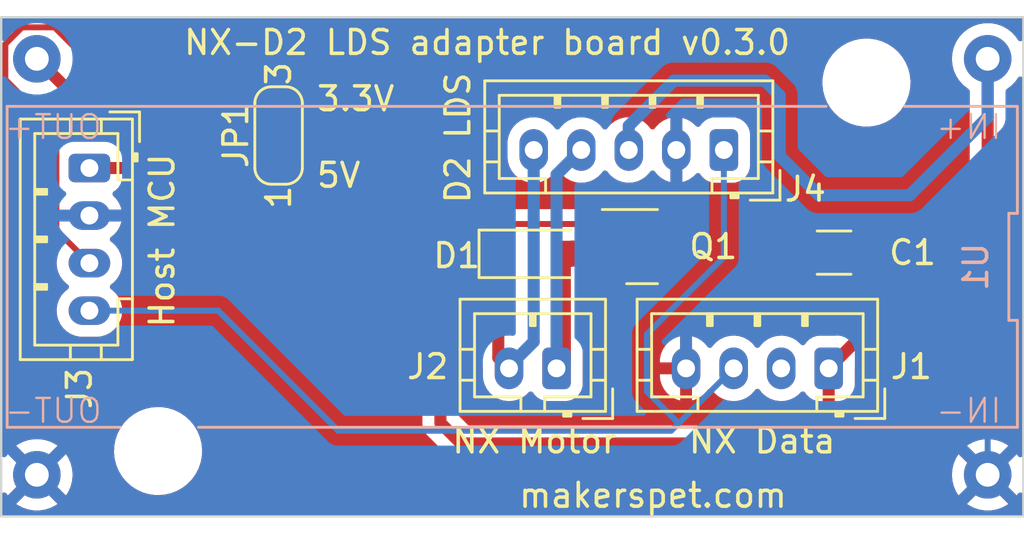
<source format=kicad_pcb>
(kicad_pcb (version 20221018) (generator pcbnew)
  (title_block (title "Neato XV11/Delta-2G LDS Adaptor") (date "2024-01-31") (rev "0.3.0") (company "makerspet.com"))
  (layers (0 "F.Cu" signal) (31 "B.Cu" signal) (34 "B.Paste" user) (35 "F.Paste" user) (36 "B.SilkS" user "B.Silkscreen") (37 "F.SilkS" user "F.Silkscreen") (38 "B.Mask" user) (39 "F.Mask" user) (44 "Edge.Cuts" user))
  (net 0 "")
  (net 1 "+5V")
  (net 2 "/MOT-")
  (net 4 "/TX")
  (net 5 "GND")
  (net 6 "/MOT+")
  (net 7 "/MOT_EN")
  (net 8 "+3.3V")
  (footprint "Package_TO_SOT_SMD:SOT-23" (layer "F.Cu") (at 105.4608 49.149)
    (fp_text reference "Q1" (at 2.9972 0) (layer "F.SilkS"))
    (fp_text value "AS2302" hide)
    (fp_line (start 0 -1.56) (end -1.675 -1.56) (stroke (width 0.12)) (layer "F.SilkS"))
    (fp_line (start 0 -1.56) (end 0.65 -1.56) (stroke (width 0.12)) (layer "F.SilkS"))
    (fp_line (start 0 1.56) (end -0.65 1.56) (stroke (width 0.12)) (layer "F.SilkS"))
    (fp_line (start 0 1.56) (end 0.65 1.56) (stroke (width 0.12)) (layer "F.SilkS"))
    (pad "1" smd roundrect (at -0.9375 -0.95) (size 1.475 0.6) (layers "F.Cu" "F.Paste" "F.Mask") (net 7 "/MOT_EN"))
    (pad "2" smd roundrect (at -0.9375 0.95) (size 1.475 0.6) (layers "F.Cu" "F.Paste" "F.Mask") (net 5 "GND"))
    (pad "3" smd roundrect (at 0.9375 0) (size 1.475 0.6) (layers "F.Cu" "F.Paste" "F.Mask") (net 2 "/MOT-"))
  )
  (footprint "Connector_JST:JST_PH_B4B-PH-K_1x04_P2.00mm_Vertical" (layer "F.Cu") (at 82.211 45.8442 -90)
    (fp_text reference "J3" (at 9.2738 0.423 90) (layer "F.SilkS"))
    (fp_text value "JST PH B4B Vert" hide)
    (fp_line (start -2.36 -2.11) (end -2.36 -0.86) (stroke (width 0.12)) (layer "F.SilkS"))
    (fp_line (start -2.06 -1.81) (end -2.06 2.91) (stroke (width 0.12)) (layer "F.SilkS"))
    (fp_line (start -2.06 -0.5) (end -1.45 -0.5) (stroke (width 0.12)) (layer "F.SilkS"))
    (fp_line (start -2.06 0.8) (end -1.45 0.8) (stroke (width 0.12)) (layer "F.SilkS"))
    (fp_line (start -2.06 2.91) (end 8.06 2.91) (stroke (width 0.12)) (layer "F.SilkS"))
    (fp_line (start -1.45 -1.2) (end -1.45 2.3) (stroke (width 0.12)) (layer "F.SilkS"))
    (fp_line (start -1.45 2.3) (end 7.45 2.3) (stroke (width 0.12)) (layer "F.SilkS"))
    (fp_line (start -1.11 -2.11) (end -2.36 -2.11) (stroke (width 0.12)) (layer "F.SilkS"))
    (fp_line (start -0.6 -2.01) (end -0.6 -1.81) (stroke (width 0.12)) (layer "F.SilkS"))
    (fp_line (start -0.3 -2.01) (end -0.6 -2.01) (stroke (width 0.12)) (layer "F.SilkS"))
    (fp_line (start -0.3 -1.91) (end -0.6 -1.91) (stroke (width 0.12)) (layer "F.SilkS"))
    (fp_line (start -0.3 -1.81) (end -0.3 -2.01) (stroke (width 0.12)) (layer "F.SilkS"))
    (fp_line (start 0.5 -1.81) (end 0.5 -1.2) (stroke (width 0.12)) (layer "F.SilkS"))
    (fp_line (start 0.5 -1.2) (end -1.45 -1.2) (stroke (width 0.12)) (layer "F.SilkS"))
    (fp_line (start 0.9 1.8) (end 1.1 1.8) (stroke (width 0.12)) (layer "F.SilkS"))
    (fp_line (start 0.9 2.3) (end 0.9 1.8) (stroke (width 0.12)) (layer "F.SilkS"))
    (fp_line (start 1 2.3) (end 1 1.8) (stroke (width 0.12)) (layer "F.SilkS"))
    (fp_line (start 1.1 1.8) (end 1.1 2.3) (stroke (width 0.12)) (layer "F.SilkS"))
    (fp_line (start 2.9 1.8) (end 3.1 1.8) (stroke (width 0.12)) (layer "F.SilkS"))
    (fp_line (start 2.9 2.3) (end 2.9 1.8) (stroke (width 0.12)) (layer "F.SilkS"))
    (fp_line (start 3 2.3) (end 3 1.8) (stroke (width 0.12)) (layer "F.SilkS"))
    (fp_line (start 3.1 1.8) (end 3.1 2.3) (stroke (width 0.12)) (layer "F.SilkS"))
    (fp_line (start 4.9 1.8) (end 5.1 1.8) (stroke (width 0.12)) (layer "F.SilkS"))
    (fp_line (start 4.9 2.3) (end 4.9 1.8) (stroke (width 0.12)) (layer "F.SilkS"))
    (fp_line (start 5 2.3) (end 5 1.8) (stroke (width 0.12)) (layer "F.SilkS"))
    (fp_line (start 5.1 1.8) (end 5.1 2.3) (stroke (width 0.12)) (layer "F.SilkS"))
    (fp_line (start 5.5 -1.2) (end 5.5 -1.81) (stroke (width 0.12)) (layer "F.SilkS"))
    (fp_line (start 7.45 -1.2) (end 5.5 -1.2) (stroke (width 0.12)) (layer "F.SilkS"))
    (fp_line (start 7.45 2.3) (end 7.45 -1.2) (stroke (width 0.12)) (layer "F.SilkS"))
    (fp_line (start 8.06 -1.81) (end -2.06 -1.81) (stroke (width 0.12)) (layer "F.SilkS"))
    (fp_line (start 8.06 -0.5) (end 7.45 -0.5) (stroke (width 0.12)) (layer "F.SilkS"))
    (fp_line (start 8.06 0.8) (end 7.45 0.8) (stroke (width 0.12)) (layer "F.SilkS"))
    (fp_line (start 8.06 2.91) (end 8.06 -1.81) (stroke (width 0.12)) (layer "F.SilkS"))
    (pad "1" thru_hole roundrect (at 0 0 270) (size 1.2 1.75) (drill 0.75) (layers "*.Cu" "*.Mask") (roundrect_rratio 0.208333) (net 1 "+5V"))
    (pad "2" thru_hole oval (at 2 0 270) (size 1.2 1.75) (drill 0.75) (layers "*.Cu" "*.Mask") (net 5 "GND"))
    (pad "3" thru_hole oval (at 4 0 270) (size 1.2 1.75) (drill 0.75) (layers "*.Cu" "*.Mask") (net 7 "/MOT_EN"))
    (pad "4" thru_hole oval (at 6 0 270) (size 1.2 1.75) (drill 0.75) (layers "*.Cu" "*.Mask") (net 4 "/TX"))
  )
  (footprint "Diode_SMD:D_SOD-123F" (layer "F.Cu") (at 100.8126 49.4538)
    (fp_text reference "D1" (at -3.1496 0.0762) (layer "F.SilkS"))
    (fp_text value "FS26" hide)
    (fp_line (start -2.21 -1) (end -2.21 1) (stroke (width 0.12)) (layer "F.SilkS"))
    (fp_line (start -2.21 -1) (end 1.65 -1) (stroke (width 0.12)) (layer "F.SilkS"))
    (fp_line (start -2.21 1) (end 1.65 1) (stroke (width 0.12)) (layer "F.SilkS"))
    (pad "1" smd roundrect (at -1.4 0) (size 1.1 1.1) (layers "F.Cu" "F.Paste" "F.Mask") (roundrect_rratio 0.2272727273) (net 6 "/MOT+"))
    (pad "2" smd roundrect (at 1.4 0) (size 1.1 1.1) (layers "F.Cu" "F.Paste" "F.Mask") (roundrect_rratio 0.2272727273) (net 2 "/MOT-"))
  )
  (footprint "Connector_JST:JST_PH_B5B-PH-K_1x05_P2.00mm_Vertical" (layer "F.Cu") (at 108.902 45.085 180)
    (fp_text reference "J4" (at -3.429 -1.651) (layer "F.SilkS"))
    (fp_text value "JST PH2.0 B5B Vert" hide)
    (fp_line (start -2.36 -2.11) (end -2.36 -0.86) (stroke (width 0.12)) (layer "F.SilkS"))
    (fp_line (start -2.06 -1.81) (end -2.06 2.91) (stroke (width 0.12)) (layer "F.SilkS"))
    (fp_line (start -2.06 -0.5) (end -1.45 -0.5) (stroke (width 0.12)) (layer "F.SilkS"))
    (fp_line (start -2.06 0.8) (end -1.45 0.8) (stroke (width 0.12)) (layer "F.SilkS"))
    (fp_line (start -2.06 2.91) (end 10.06 2.91) (stroke (width 0.12)) (layer "F.SilkS"))
    (fp_line (start -1.45 -1.2) (end -1.45 2.3) (stroke (width 0.12)) (layer "F.SilkS"))
    (fp_line (start -1.45 2.3) (end 9.45 2.3) (stroke (width 0.12)) (layer "F.SilkS"))
    (fp_line (start -1.11 -2.11) (end -2.36 -2.11) (stroke (width 0.12)) (layer "F.SilkS"))
    (fp_line (start -0.6 -2.01) (end -0.6 -1.81) (stroke (width 0.12)) (layer "F.SilkS"))
    (fp_line (start -0.3 -2.01) (end -0.6 -2.01) (stroke (width 0.12)) (layer "F.SilkS"))
    (fp_line (start -0.3 -1.91) (end -0.6 -1.91) (stroke (width 0.12)) (layer "F.SilkS"))
    (fp_line (start -0.3 -1.81) (end -0.3 -2.01) (stroke (width 0.12)) (layer "F.SilkS"))
    (fp_line (start 0.5 -1.81) (end 0.5 -1.2) (stroke (width 0.12)) (layer "F.SilkS"))
    (fp_line (start 0.5 -1.2) (end -1.45 -1.2) (stroke (width 0.12)) (layer "F.SilkS"))
    (fp_line (start 0.9 1.8) (end 1.1 1.8) (stroke (width 0.12)) (layer "F.SilkS"))
    (fp_line (start 0.9 2.3) (end 0.9 1.8) (stroke (width 0.12)) (layer "F.SilkS"))
    (fp_line (start 1 2.3) (end 1 1.8) (stroke (width 0.12)) (layer "F.SilkS"))
    (fp_line (start 1.1 1.8) (end 1.1 2.3) (stroke (width 0.12)) (layer "F.SilkS"))
    (fp_line (start 2.9 1.8) (end 3.1 1.8) (stroke (width 0.12)) (layer "F.SilkS"))
    (fp_line (start 2.9 2.3) (end 2.9 1.8) (stroke (width 0.12)) (layer "F.SilkS"))
    (fp_line (start 3 2.3) (end 3 1.8) (stroke (width 0.12)) (layer "F.SilkS"))
    (fp_line (start 3.1 1.8) (end 3.1 2.3) (stroke (width 0.12)) (layer "F.SilkS"))
    (fp_line (start 4.9 1.8) (end 5.1 1.8) (stroke (width 0.12)) (layer "F.SilkS"))
    (fp_line (start 4.9 2.3) (end 4.9 1.8) (stroke (width 0.12)) (layer "F.SilkS"))
    (fp_line (start 5 2.3) (end 5 1.8) (stroke (width 0.12)) (layer "F.SilkS"))
    (fp_line (start 5.1 1.8) (end 5.1 2.3) (stroke (width 0.12)) (layer "F.SilkS"))
    (fp_line (start 6.9 1.8) (end 7.1 1.8) (stroke (width 0.12)) (layer "F.SilkS"))
    (fp_line (start 6.9 2.3) (end 6.9 1.8) (stroke (width 0.12)) (layer "F.SilkS"))
    (fp_line (start 7 2.3) (end 7 1.8) (stroke (width 0.12)) (layer "F.SilkS"))
    (fp_line (start 7.1 1.8) (end 7.1 2.3) (stroke (width 0.12)) (layer "F.SilkS"))
    (fp_line (start 7.5 -1.2) (end 7.5 -1.81) (stroke (width 0.12)) (layer "F.SilkS"))
    (fp_line (start 9.45 -1.2) (end 7.5 -1.2) (stroke (width 0.12)) (layer "F.SilkS"))
    (fp_line (start 9.45 2.3) (end 9.45 -1.2) (stroke (width 0.12)) (layer "F.SilkS"))
    (fp_line (start 10.06 -1.81) (end -2.06 -1.81) (stroke (width 0.12)) (layer "F.SilkS"))
    (fp_line (start 10.06 -0.5) (end 9.45 -0.5) (stroke (width 0.12)) (layer "F.SilkS"))
    (fp_line (start 10.06 0.8) (end 9.45 0.8) (stroke (width 0.12)) (layer "F.SilkS"))
    (fp_line (start 10.06 2.91) (end 10.06 -1.81) (stroke (width 0.12)) (layer "F.SilkS"))
    (pad "1" thru_hole roundrect (at 0 0 180) (size 1.2 1.75) (drill 0.75) (layers "*.Cu" "*.Mask") (roundrect_rratio 0.208333) (net 4 "/TX"))
    (pad "2" thru_hole oval (at 2 0 180) (size 1.2 1.75) (drill 0.75) (layers "*.Cu" "*.Mask") (net 5 "GND"))
    (pad "3" thru_hole oval (at 4 0 180) (size 1.2 1.75) (drill 0.75) (layers "*.Cu" "*.Mask") (net 1 "+5V"))
    (pad "4" thru_hole oval (at 6 0 180) (size 1.2 1.75) (drill 0.75) (layers "*.Cu" "*.Mask") (net 2 "/MOT-"))
    (pad "5" thru_hole oval (at 8 0 180) (size 1.2 1.75) (drill 0.75) (layers "*.Cu" "*.Mask") (net 6 "/MOT+"))
  )
  (footprint "Connector_JST:JST_PH_B2B-PH-K_1x02_P2.00mm_Vertical" (layer "F.Cu") (at 101.8634 54.271 180)
    (fp_text reference "J2" (at 5.4196 0.071) (layer "F.SilkS"))
    (fp_text value "JST PH2.0 B2B Vert" hide)
    (fp_line (start -2.36 -2.11) (end -2.36 -0.86) (stroke (width 0.12)) (layer "F.SilkS"))
    (fp_line (start -2.06 -1.81) (end -2.06 2.91) (stroke (width 0.12)) (layer "F.SilkS"))
    (fp_line (start -2.06 -0.5) (end -1.45 -0.5) (stroke (width 0.12)) (layer "F.SilkS"))
    (fp_line (start -2.06 0.8) (end -1.45 0.8) (stroke (width 0.12)) (layer "F.SilkS"))
    (fp_line (start -2.06 2.91) (end 4.06 2.91) (stroke (width 0.12)) (layer "F.SilkS"))
    (fp_line (start -1.45 -1.2) (end -1.45 2.3) (stroke (width 0.12)) (layer "F.SilkS"))
    (fp_line (start -1.45 2.3) (end 3.45 2.3) (stroke (width 0.12)) (layer "F.SilkS"))
    (fp_line (start -1.11 -2.11) (end -2.36 -2.11) (stroke (width 0.12)) (layer "F.SilkS"))
    (fp_line (start -0.6 -2.01) (end -0.6 -1.81) (stroke (width 0.12)) (layer "F.SilkS"))
    (fp_line (start -0.3 -2.01) (end -0.6 -2.01) (stroke (width 0.12)) (layer "F.SilkS"))
    (fp_line (start -0.3 -1.91) (end -0.6 -1.91) (stroke (width 0.12)) (layer "F.SilkS"))
    (fp_line (start -0.3 -1.81) (end -0.3 -2.01) (stroke (width 0.12)) (layer "F.SilkS"))
    (fp_line (start 0.5 -1.81) (end 0.5 -1.2) (stroke (width 0.12)) (layer "F.SilkS"))
    (fp_line (start 0.5 -1.2) (end -1.45 -1.2) (stroke (width 0.12)) (layer "F.SilkS"))
    (fp_line (start 0.9 1.8) (end 1.1 1.8) (stroke (width 0.12)) (layer "F.SilkS"))
    (fp_line (start 0.9 2.3) (end 0.9 1.8) (stroke (width 0.12)) (layer "F.SilkS"))
    (fp_line (start 1 2.3) (end 1 1.8) (stroke (width 0.12)) (layer "F.SilkS"))
    (fp_line (start 1.1 1.8) (end 1.1 2.3) (stroke (width 0.12)) (layer "F.SilkS"))
    (fp_line (start 1.5 -1.2) (end 1.5 -1.81) (stroke (width 0.12)) (layer "F.SilkS"))
    (fp_line (start 3.45 -1.2) (end 1.5 -1.2) (stroke (width 0.12)) (layer "F.SilkS"))
    (fp_line (start 3.45 2.3) (end 3.45 -1.2) (stroke (width 0.12)) (layer "F.SilkS"))
    (fp_line (start 4.06 -1.81) (end -2.06 -1.81) (stroke (width 0.12)) (layer "F.SilkS"))
    (fp_line (start 4.06 -0.5) (end 3.45 -0.5) (stroke (width 0.12)) (layer "F.SilkS"))
    (fp_line (start 4.06 0.8) (end 3.45 0.8) (stroke (width 0.12)) (layer "F.SilkS"))
    (fp_line (start 4.06 2.91) (end 4.06 -1.81) (stroke (width 0.12)) (layer "F.SilkS"))
    (pad "1" thru_hole roundrect (at 0 0 180) (size 1.2 1.75) (drill 0.75) (layers "*.Cu" "*.Mask") (roundrect_rratio 0.208333) (net 2 "/MOT-"))
    (pad "2" thru_hole oval (at 2 0 180) (size 1.2 1.75) (drill 0.75) (layers "*.Cu" "*.Mask") (net 6 "/MOT+"))
  )
  (footprint "Jumper:SolderJumper-3_P1.3mm_Bridged12_RoundedPad1.0x1.5mm_NumberLabels" (layer "F.Cu") (at 90.17 44.4754 90)
    (fp_text reference "JP1" (at 0 -1.8 90) (layer "F.SilkS"))
    (fp_text value "SolderJumper_3_Bridged12" hide)
    (fp_text user "3" (at 2.6 0 90) (layer "F.SilkS"))
    (fp_text user "1" (at -2.6 0 90) (layer "F.SilkS"))
    (fp_poly (pts (xy -0.9 -0.3) (xy -0.4 -0.3) (xy -0.4 0.3) (xy -0.9 0.3)) (fill solid) (layer "F.Cu"))
    (fp_line (start -2.05 0.3) (end -2.05 -0.3) (stroke (width 0.12)) (layer "F.SilkS"))
    (fp_line (start -1.4 -1) (end 1.4 -1) (stroke (width 0.12)) (layer "F.SilkS"))
    (fp_line (start 1.4 1) (end -1.4 1) (stroke (width 0.12)) (layer "F.SilkS"))
    (fp_line (start 2.05 -0.3) (end 2.05 0.3) (stroke (width 0.12)) (layer "F.SilkS"))
    (fp_arc (start -2.05 -0.3) (mid -1.844975 -0.794975) (end -1.35 -1) (stroke (width 0.12)) (layer "F.SilkS"))
    (fp_arc (start -1.35 1) (mid -1.844975 0.794975) (end -2.05 0.3) (stroke (width 0.12)) (layer "F.SilkS"))
    (fp_arc (start 1.35 -1) (mid 1.844975 -0.794975) (end 2.05 -0.3) (stroke (width 0.12)) (layer "F.SilkS"))
    (fp_arc (start 2.05 0.3) (mid 1.844975 0.794975) (end 1.35 1) (stroke (width 0.12)) (layer "F.SilkS"))
    (pad "1" smd custom (at -1.3 0 90) (size 1 0.5) (layers "F.Cu" "F.Mask") (net 1 "+5V") (options (clearance outline) (anchor rect)) (primitives (gr_poly (pts (xy 0.55 0.75) (xy 0 0.75) (xy 0 -0.75) (xy 0.55 -0.75)) (width 0) (fill yes)) (gr_circle (center 0 0.25) (end 0.5 0.25) (width 0) (fill yes)) (gr_circle (center 0 -0.25) (end 0.5 -0.25) (width 0) (fill yes))))
    (pad "2" smd rect (at 0 0 90) (size 1 1.5) (layers "F.Cu" "F.Mask") (net 6 "/MOT+"))
    (pad "3" smd custom (at 1.3 0 90) (size 1 0.5) (layers "F.Cu" "F.Mask") (net 8 "+3.3V") (options (clearance outline) (anchor rect)) (primitives (gr_circle (center 0 0.25) (end 0.5 0.25) (width 0) (fill yes)) (gr_circle (center 0 -0.25) (end 0.5 -0.25) (width 0) (fill yes)) (gr_poly (pts (xy 0 0.75) (xy -0.55 0.75) (xy -0.55 -0.75) (xy 0 -0.75)) (width 0) (fill yes))))
  )
  (footprint "MountingHole:MountingHole_3.2mm_M3" (layer "F.Cu") (at 114.9 42.25)
    (fp_text reference "H2" hide)
    (fp_text value "MountingHole" hide)
    (pad "" np_thru_hole circle (at 0 0) (size 3.2 3.2) (drill 3.2) (layers "*.Cu" "*.Mask"))
  )
  (footprint "Connector_JST:JST_PH_B4B-PH-K_1x04_P2.00mm_Vertical" (layer "F.Cu") (at 113.3122 54.271 180)
    (fp_text reference "J1" (at -3.477 0.071) (layer "F.SilkS"))
    (fp_text value "JST PH2.0 B4B Vert" hide)
    (fp_line (start -2.36 -2.11) (end -2.36 -0.86) (stroke (width 0.12)) (layer "F.SilkS"))
    (fp_line (start -2.06 -1.81) (end -2.06 2.91) (stroke (width 0.12)) (layer "F.SilkS"))
    (fp_line (start -2.06 -0.5) (end -1.45 -0.5) (stroke (width 0.12)) (layer "F.SilkS"))
    (fp_line (start -2.06 0.8) (end -1.45 0.8) (stroke (width 0.12)) (layer "F.SilkS"))
    (fp_line (start -2.06 2.91) (end 8.06 2.91) (stroke (width 0.12)) (layer "F.SilkS"))
    (fp_line (start -1.45 -1.2) (end -1.45 2.3) (stroke (width 0.12)) (layer "F.SilkS"))
    (fp_line (start -1.45 2.3) (end 7.45 2.3) (stroke (width 0.12)) (layer "F.SilkS"))
    (fp_line (start -1.11 -2.11) (end -2.36 -2.11) (stroke (width 0.12)) (layer "F.SilkS"))
    (fp_line (start -0.6 -2.01) (end -0.6 -1.81) (stroke (width 0.12)) (layer "F.SilkS"))
    (fp_line (start -0.3 -2.01) (end -0.6 -2.01) (stroke (width 0.12)) (layer "F.SilkS"))
    (fp_line (start -0.3 -1.91) (end -0.6 -1.91) (stroke (width 0.12)) (layer "F.SilkS"))
    (fp_line (start -0.3 -1.81) (end -0.3 -2.01) (stroke (width 0.12)) (layer "F.SilkS"))
    (fp_line (start 0.5 -1.81) (end 0.5 -1.2) (stroke (width 0.12)) (layer "F.SilkS"))
    (fp_line (start 0.5 -1.2) (end -1.45 -1.2) (stroke (width 0.12)) (layer "F.SilkS"))
    (fp_line (start 0.9 1.8) (end 1.1 1.8) (stroke (width 0.12)) (layer "F.SilkS"))
    (fp_line (start 0.9 2.3) (end 0.9 1.8) (stroke (width 0.12)) (layer "F.SilkS"))
    (fp_line (start 1 2.3) (end 1 1.8) (stroke (width 0.12)) (layer "F.SilkS"))
    (fp_line (start 1.1 1.8) (end 1.1 2.3) (stroke (width 0.12)) (layer "F.SilkS"))
    (fp_line (start 2.9 1.8) (end 3.1 1.8) (stroke (width 0.12)) (layer "F.SilkS"))
    (fp_line (start 2.9 2.3) (end 2.9 1.8) (stroke (width 0.12)) (layer "F.SilkS"))
    (fp_line (start 3 2.3) (end 3 1.8) (stroke (width 0.12)) (layer "F.SilkS"))
    (fp_line (start 3.1 1.8) (end 3.1 2.3) (stroke (width 0.12)) (layer "F.SilkS"))
    (fp_line (start 4.9 1.8) (end 5.1 1.8) (stroke (width 0.12)) (layer "F.SilkS"))
    (fp_line (start 4.9 2.3) (end 4.9 1.8) (stroke (width 0.12)) (layer "F.SilkS"))
    (fp_line (start 5 2.3) (end 5 1.8) (stroke (width 0.12)) (layer "F.SilkS"))
    (fp_line (start 5.1 1.8) (end 5.1 2.3) (stroke (width 0.12)) (layer "F.SilkS"))
    (fp_line (start 5.5 -1.2) (end 5.5 -1.81) (stroke (width 0.12)) (layer "F.SilkS"))
    (fp_line (start 7.45 -1.2) (end 5.5 -1.2) (stroke (width 0.12)) (layer "F.SilkS"))
    (fp_line (start 7.45 2.3) (end 7.45 -1.2) (stroke (width 0.12)) (layer "F.SilkS"))
    (fp_line (start 8.06 -1.81) (end -2.06 -1.81) (stroke (width 0.12)) (layer "F.SilkS"))
    (fp_line (start 8.06 -0.5) (end 7.45 -0.5) (stroke (width 0.12)) (layer "F.SilkS"))
    (fp_line (start 8.06 0.8) (end 7.45 0.8) (stroke (width 0.12)) (layer "F.SilkS"))
    (fp_line (start 8.06 2.91) (end 8.06 -1.81) (stroke (width 0.12)) (layer "F.SilkS"))
    (pad "1" thru_hole roundrect (at 0 0 180) (size 1.2 1.75) (drill 0.75) (layers "*.Cu" "*.Mask") (roundrect_rratio 0.208333) (net 1 "+5V"))
    (pad "2" thru_hole oval (at 2 0 180) (size 1.2 1.75) (drill 0.75) (layers "*.Cu" "*.Mask"))
    (pad "3" thru_hole oval (at 4 0 180) (size 1.2 1.75) (drill 0.75) (layers "*.Cu" "*.Mask") (net 4 "/TX"))
    (pad "4" thru_hole oval (at 6 0 180) (size 1.2 1.75) (drill 0.75) (layers "*.Cu" "*.Mask") (net 5 "GND"))
  )
  (footprint "Capacitor_SMD:C_1206_3216Metric" (layer "F.Cu") (at 113.538 49.403 180)
    (fp_text reference "C1" (at -3.302 0) (layer "F.SilkS"))
    (fp_text value "100uF" hide)
    (fp_line (start -0.711252 -0.91) (end 0.711252 -0.91) (stroke (width 0.12)) (layer "F.SilkS"))
    (fp_line (start -0.711252 0.91) (end 0.711252 0.91) (stroke (width 0.12)) (layer "F.SilkS"))
    (pad "1" smd roundrect (at -1.475 0 180) (size 1.15 1.8) (layers "F.Cu" "F.Paste" "F.Mask") (roundrect_rratio 0.217391) (net 1 "+5V"))
    (pad "2" smd roundrect (at 1.475 0 180) (size 1.15 1.8) (layers "F.Cu" "F.Paste" "F.Mask") (roundrect_rratio 0.217391) (net 5 "GND"))
  )
  (footprint "MountingHole:MountingHole_3.2mm_M3" (layer "F.Cu") (at 85.1 57.75)
    (fp_text reference "H1" hide)
    (fp_text value "MountingHole" hide)
    (pad "" np_thru_hole circle (at 0 0) (size 3.2 3.2) (drill 3.2) (layers "*.Cu" "*.Mask"))
  )
  (footprint "Makerspet:LM2596 Module" (layer "B.Cu") (at 100 50 180)
    (fp_text reference "U1" (at -19.5 0 90) (layer "B.SilkS") (effects (justify mirror)))
    (fp_text value "DNP LM2596" hide)
    (fp_text user "IN+" (at -20.65 5.296 unlocked) (layer "B.SilkS") (effects (font (thickness 0.1)) (justify left bottom mirror)))
    (fp_text user "IN-" (at -20.65 -6.642 unlocked) (layer "B.SilkS") (effects (font (thickness 0.1)) (justify left bottom mirror)))
    (fp_text user "OUT+" (at 17.196 5.296 unlocked) (layer "B.SilkS") (effects (font (thickness 0.1)) (justify left bottom mirror)))
    (fp_text user "OUT-" (at 17.196 -6.642 unlocked) (layer "B.SilkS") (effects (font (thickness 0.1)) (justify left bottom mirror)))
    (fp_line (start -21.25 -6.75) (end 13.2 -6.75) (stroke (width 0.12)) (layer "B.SilkS"))
    (fp_line (start -21.25 -2.249999) (end -21.25 -6.749999) (stroke (width 0.12)) (layer "B.SilkS"))
    (fp_line (start -21.25 2.25) (end -20.89 2.25) (stroke (width 0.12)) (layer "B.SilkS"))
    (fp_line (start -21.25 6.75) (end -21.25 2.25) (stroke (width 0.12)) (layer "B.SilkS"))
    (fp_line (start -20.89 -2.249999) (end -21.25 -2.249999) (stroke (width 0.12)) (layer "B.SilkS"))
    (fp_line (start -20.89 2.25) (end -20.89 -2.249999) (stroke (width 0.12)) (layer "B.SilkS"))
    (fp_line (start -16.5 6.75) (end -21.25 6.75) (stroke (width 0.12)) (layer "B.SilkS"))
    (fp_line (start 16.5 -6.75) (end 21.25 -6.75) (stroke (width 0.12)) (layer "B.SilkS"))
    (fp_line (start 21.25 -6.75) (end 21.25 6.749999) (stroke (width 0.12)) (layer "B.SilkS"))
    (fp_line (start 21.25 6.75) (end -13.2 6.75) (stroke (width 0.12)) (layer "B.SilkS"))
    (pad "1" thru_hole circle (at -20 -8.75 180) (size 2 2) (drill 1) (layers "*.Cu" "*.Mask") (net 5 "GND"))
    (pad "2" thru_hole circle (at 20 -8.75 180) (size 2 2) (drill 1) (layers "*.Cu" "*.Mask") (net 5 "GND"))
    (pad "3" thru_hole circle (at 20 8.75 180) (size 2 2) (drill 1) (layers "*.Cu" "*.Mask") (net 8 "+3.3V"))
    (pad "4" thru_hole circle (at -20 8.75 180) (size 2 2) (drill 1) (layers "*.Cu" "*.Mask") (net 1 "+5V"))
  )
  (gr_rect (start 78.5 39.5) (end 121.5 60.5) (stroke (width 0.1)) (fill none) (layer "Edge.Cuts"))
  (gr_text "D2 LDS" (at 98.298 44.577 90) (layer "F.SilkS") (effects (font (size 1 1)) (justify bottom)))
  (gr_text "3.3V\n\n5V" (at 91.694 46.736) (layer "F.SilkS") (effects (font (size 1 1)) (justify left bottom)))
  (gr_text "makerspet.com" (at 100.203 60.198) (layer "F.SilkS") (effects (font (size 1 1)) (justify left bottom)))
  (gr_text "NX Motor    NX Data" (at 105.537 57.912) (layer "F.SilkS") (effects (font (size 1 1)) (justify bottom)))
  (gr_text "NX-D2 LDS adapter board v0.3.0" (at 86.106 41.148) (layer "F.SilkS") (effects (font (size 1 1)) (justify left bottom)))
  (gr_text "Host MCU" (at 85.852 48.895 90) (layer "F.SilkS") (effects (font (size 1 1)) (justify bottom)))
  (segment (start 112.8014 57.4294) (end 97.8408 57.4294) (width 0.508) (layer "F.Cu") (net 1))
  (segment (start 94.4164 45.7754) (end 90.17 45.7754) (width 0.508) (layer "F.Cu") (net 1))
  (segment (start 115.013 49.403) (end 116.5576 50.9476) (width 0.508) (layer "F.Cu") (net 1))
  (segment (start 116.5576 50.9476) (end 116.5576 51.0256) (width 0.508) (layer "F.Cu") (net 1))
  (segment (start 96.9772 48.3362) (end 94.4164 45.7754) (width 0.508) (layer "F.Cu") (net 1))
  (segment (start 96.9772 56.5658) (end 96.9772 48.3362) (width 0.508) (layer "F.Cu") (net 1))
  (segment (start 116.5576 51.0256) (end 113.3122 54.271) (width 0.508) (layer "F.Cu") (net 1))
  (segment (start 120 41.25) (end 120 47.5832) (width 0.508) (layer "F.Cu") (net 1))
  (segment (start 90.1012 45.8442) (end 90.17 45.7754) (width 0.508) (layer "F.Cu") (net 1))
  (segment (start 113.3122 54.271) (end 113.3122 56.9186) (width 0.508) (layer "F.Cu") (net 1))
  (segment (start 113.3122 56.9186) (end 112.8014 57.4294) (width 0.508) (layer "F.Cu") (net 1))
  (segment (start 97.8408 57.4294) (end 96.9772 56.5658) (width 0.508) (layer "F.Cu") (net 1))
  (segment (start 82.211 45.8442) (end 90.1012 45.8442) (width 0.508) (layer "F.Cu") (net 1))
  (segment (start 120 47.5832) (end 116.5576 51.0256) (width 0.508) (layer "F.Cu") (net 1))
  (segment (start 104.902 45.085) (end 104.902 44.069) (width 0.508) (layer "B.Cu") (net 1))
  (segment (start 111.252 45.339) (end 112.903 46.99) (width 0.508) (layer "B.Cu") (net 1))
  (segment (start 106.807 42.164) (end 110.617 42.164) (width 0.508) (layer "B.Cu") (net 1))
  (segment (start 111.252 42.799) (end 111.252 45.339) (width 0.508) (layer "B.Cu") (net 1))
  (segment (start 110.617 42.164) (end 111.252 42.799) (width 0.508) (layer "B.Cu") (net 1))
  (segment (start 116.713 46.99) (end 120 43.703) (width 0.508) (layer "B.Cu") (net 1))
  (segment (start 112.903 46.99) (end 116.713 46.99) (width 0.508) (layer "B.Cu") (net 1))
  (segment (start 120 43.703) (end 120 41.25) (width 0.508) (layer "B.Cu") (net 1))
  (segment (start 104.902 44.069) (end 106.807 42.164) (width 0.508) (layer "B.Cu") (net 1))
  (segment (start 106.3983 49.149) (end 102.5174 49.149) (width 0.508) (layer "F.Cu") (net 2))
  (segment (start 102.2126 49.4538) (end 102.2126 53.9218) (width 0.508) (layer "F.Cu") (net 2))
  (segment (start 102.2126 53.9218) (end 101.8634 54.271) (width 0.508) (layer "F.Cu") (net 2))
  (segment (start 102.5174 49.149) (end 102.2126 49.4538) (width 0.508) (layer "F.Cu") (net 2))
  (segment (start 101.8634 46.1236) (end 101.8634 54.271) (width 0.508) (layer "B.Cu") (net 2))
  (segment (start 102.902 45.085) (end 101.8634 46.1236) (width 0.508) (layer "B.Cu") (net 2))
  (segment (start 105.664 52.832) (end 105.664 55.245) (width 0.25) (layer "B.Cu") (net 4))
  (segment (start 109.3122 54.271) (end 107.0011 56.5821) (width 0.25) (layer "B.Cu") (net 4))
  (segment (start 107.0011 56.5821) (end 106.6872 56.896) (width 0.25) (layer "B.Cu") (net 4))
  (segment (start 106.6872 56.896) (end 92.6846 56.896) (width 0.25) (layer "B.Cu") (net 4))
  (segment (start 87.6328 51.8442) (end 82.211 51.8442) (width 0.25) (layer "B.Cu") (net 4))
  (segment (start 105.664 55.245) (end 107.0011 56.5821) (width 0.25) (layer "B.Cu") (net 4))
  (segment (start 108.902 49.594) (end 105.664 52.832) (width 0.25) (layer "B.Cu") (net 4))
  (segment (start 92.6846 56.896) (end 87.6328 51.8442) (width 0.25) (layer "B.Cu") (net 4))
  (segment (start 108.902 45.085) (end 108.902 49.594) (width 0.25) (layer "B.Cu") (net 4))
  (segment (start 104.5233 50.099) (end 104.5233 52.9359) (width 0.25) (layer "F.Cu") (net 5))
  (segment (start 83.5312 47.8442) (end 82.211 47.8442) (width 0.25) (layer "F.Cu") (net 5))
  (segment (start 112.063 49.403) (end 108.204 49.403) (width 0.25) (layer "F.Cu") (net 5))
  (segment (start 105.8584 54.271) (end 107.3122 54.271) (width 0.25) (layer "F.Cu") (net 5))
  (segment (start 83.7946 48.1076) (end 83.5312 47.8442) (width 0.25) (layer "F.Cu") (net 5))
  (segment (start 80 58.75) (end 83.7946 54.9554) (width 0.25) (layer "F.Cu") (net 5))
  (segment (start 107.3122 50.2948) (end 107.3122 54.271) (width 0.25) (layer "F.Cu") (net 5))
  (segment (start 83.7946 54.9554) (end 83.7946 48.1076) (width 0.25) (layer "F.Cu") (net 5))
  (segment (start 104.5233 52.9359) (end 105.8584 54.271) (width 0.25) (layer "F.Cu") (net 5))
  (segment (start 108.204 49.403) (end 107.3122 50.2948) (width 0.25) (layer "F.Cu") (net 5))
  (segment (start 120 58.75) (end 120 57.1096) (width 0.25) (layer "B.Cu") (net 5))
  (segment (start 92.5322 58.674) (end 87.5538 53.6956) (width 0.25) (layer "B.Cu") (net 5))
  (segment (start 120 57.1096) (end 114.4524 51.562) (width 0.25) (layer "B.Cu") (net 5))
  (segment (start 110.363 43.561) (end 110.363 51.562) (width 0.25) (layer "B.Cu") (net 5))
  (segment (start 120 58.75) (end 118.527 57.277) (width 0.25) (layer "B.Cu") (net 5))
  (segment (start 108.5596 51.562) (end 107.3122 52.8094) (width 0.25) (layer "B.Cu") (net 5))
  (segment (start 115.062 58.674) (end 92.5322 58.674) (width 0.25) (layer "B.Cu") (net 5))
  (segment (start 85.0544 53.6956) (end 80 58.75) (width 0.25) (layer "B.Cu") (net 5))
  (segment (start 107.3122 52.8094) (end 107.3122 54.271) (width 0.25) (layer "B.Cu") (net 5))
  (segment (start 106.902 45.085) (end 106.902 43.72) (width 0.25) (layer "B.Cu") (net 5))
  (segment (start 110.363 51.562) (end 108.5596 51.562) (width 0.25) (layer "B.Cu") (net 5))
  (segment (start 118.527 57.277) (end 116.459 57.277) (width 0.25) (layer "B.Cu") (net 5))
  (segment (start 106.902 43.72) (end 107.188 43.434) (width 0.25) (layer "B.Cu") (net 5))
  (segment (start 87.5538 53.6956) (end 85.0544 53.6956) (width 0.25) (layer "B.Cu") (net 5))
  (segment (start 107.188 43.434) (end 110.236 43.434) (width 0.25) (layer "B.Cu") (net 5))
  (segment (start 114.4524 51.562) (end 110.363 51.562) (width 0.25) (layer "B.Cu") (net 5))
  (segment (start 110.236 43.434) (end 110.363 43.561) (width 0.25) (layer "B.Cu") (net 5))
  (segment (start 116.459 57.277) (end 115.062 58.674) (width 0.25) (layer "B.Cu") (net 5))
  (segment (start 99.4126 53.8202) (end 99.8634 54.271) (width 0.508) (layer "F.Cu") (net 6))
  (segment (start 94.4342 44.4754) (end 99.4126 49.4538) (width 0.508) (layer "F.Cu") (net 6))
  (segment (start 99.4126 49.4538) (end 99.4126 53.8202) (width 0.508) (layer "F.Cu") (net 6))
  (segment (start 90.17 44.4754) (end 94.4342 44.4754) (width 0.508) (layer "F.Cu") (net 6))
  (segment (start 100.902 53.149) (end 99.8634 54.1876) (width 0.508) (layer "B.Cu") (net 6))
  (segment (start 100.902 45.085) (end 100.902 53.149) (width 0.508) (layer "B.Cu") (net 6))
  (segment (start 99.8634 54.1876) (end 99.8634 54.271) (width 0.508) (layer "B.Cu") (net 6))
  (segment (start 78.675 40.6288) (end 78.675 42.1244) (width 0.25) (layer "F.Cu") (net 7))
  (segment (start 93.0656 42.0878) (end 82.9056 42.0878) (width 0.25) (layer "F.Cu") (net 7))
  (segment (start 78.675 42.1244) (end 80.8228 44.2722) (width 0.25) (layer "F.Cu") (net 7))
  (segment (start 104.5233 48.199) (end 99.1768 48.199) (width 0.25) (layer "F.Cu") (net 7))
  (segment (start 82.9056 42.0878) (end 80.7428 39.925) (width 0.25) (layer "F.Cu") (net 7))
  (segment (start 79.3788 39.925) (end 78.675 40.6288) (width 0.25) (layer "F.Cu") (net 7))
  (segment (start 80.8228 48.456) (end 82.211 49.8442) (width 0.25) (layer "F.Cu") (net 7))
  (segment (start 99.1768 48.199) (end 93.0656 42.0878) (width 0.25) (layer "F.Cu") (net 7))
  (segment (start 80.8228 44.2722) (end 80.8228 48.456) (width 0.25) (layer "F.Cu") (net 7))
  (segment (start 80.7428 39.925) (end 79.3788 39.925) (width 0.25) (layer "F.Cu") (net 7))
  (segment (start 81.9254 43.1754) (end 80 41.25) (width 0.508) (layer "F.Cu") (net 8))
  (segment (start 90.17 43.1754) (end 81.9254 43.1754) (width 0.508) (layer "F.Cu") (net 8))
  (zone (net 5) (net_name "GND") (layers "F&B.Cu") (connect_pads (clearance 0.5)) (min_thickness 0.25) (fill yes (thermal_gap 0.5) (thermal_bridge_width 0.5))
    (polygon (pts (xy 78.4606 39.4716) (xy 121.539 39.4716) (xy 121.539 60.5282) (xy 78.4606 60.5282)))
  )
)
</source>
